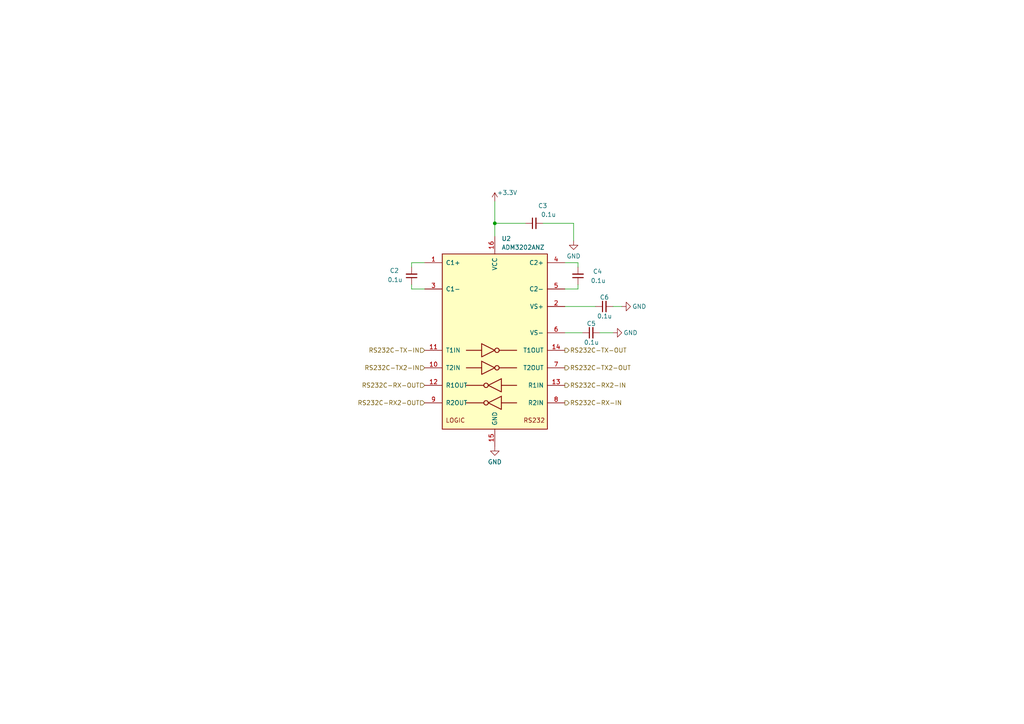
<source format=kicad_sch>
(kicad_sch (version 20231120) (generator "eeschema") (generator_version "8.0")
  (paper "A4")
  (lib_symbols
    (symbol "+3.3V_1" (power) (pin_names (offset 0))
      (property "Value" "+3.3V" (at 0 3.556 0))
      (symbol "+3.3V_1_0_1"
        (polyline (pts (xy -0.762 1.27) (xy 0 2.54)))
        (polyline (pts (xy 0 0) (xy 0 2.54)))
        (polyline (pts (xy 0 2.54) (xy 0.762 1.27)))
      )
      (symbol "+3.3V_1_1_1"
        (pin power_in line (at 0 0 90) (length 0) hide (name "+3.3V") (number "1"))
      )
    )
    (symbol "Device:C_Small" (pin_numbers hide) (pin_names (offset 0.254) hide)
      (property "Reference" "C" (at 0.254 1.778 0))
      (property "Value" "C_Small" (at 0.254 -2.032 0))
      (symbol "C_Small_0_1"
        (polyline (pts (xy -1.524 -0.508) (xy 1.524 -0.508)) (stroke (width 0.3302)))
        (polyline (pts (xy -1.524 0.508) (xy 1.524 0.508)) (stroke (width 0.3048)))
      )
      (symbol "C_Small_1_1"
        (pin passive line (at 0 2.54 270) (length 2.032) (name "~") (number "1"))
        (pin passive line (at 0 -2.54 90) (length 2.032) (name "~") (number "2"))
      )
    )
    (symbol "GND_1" (power) (pin_names (offset 0))
      (property "Value" "GND" (at 0 -3.81 0))
      (symbol "GND_1_0_1"
        (polyline (pts (xy 0 0) (xy 0 -1.27) (xy 1.27 -1.27) (xy 0 -2.54) (xy -1.27 -1.27) (xy 0 -1.27)))
      )
      (symbol "GND_1_1_1"
        (pin power_in line (at 0 0 270) (length 0) hide (name "GND") (number "1"))
      )
    )
    (symbol "GND_2" (power) (pin_names (offset 0))
      (property "Value" "GND" (at 0 -3.81 0))
      (symbol "GND_2_0_1"
        (polyline (pts (xy 0 0) (xy 0 -1.27) (xy 1.27 -1.27) (xy 0 -2.54) (xy -1.27 -1.27) (xy 0 -1.27)))
      )
      (symbol "GND_2_1_1"
        (pin power_in line (at 0 0 270) (length 0) hide (name "GND") (number "1"))
      )
    )
    (symbol "GND_3" (power) (pin_names (offset 0))
      (property "Value" "GND" (at 0 -3.81 0))
      (symbol "GND_3_0_1"
        (polyline (pts (xy 0 0) (xy 0 -1.27) (xy 1.27 -1.27) (xy 0 -2.54) (xy -1.27 -1.27) (xy 0 -1.27)))
      )
      (symbol "GND_3_1_1"
        (pin power_in line (at 0 0 270) (length 0) hide (name "GND") (number "1"))
      )
    )
    (symbol "GND_4" (power) (pin_names (offset 0))
      (property "Value" "GND" (at 0 -3.81 0))
      (symbol "GND_4_0_1"
        (polyline (pts (xy 0 0) (xy 0 -1.27) (xy 1.27 -1.27) (xy 0 -2.54) (xy -1.27 -1.27) (xy 0 -1.27)))
      )
      (symbol "GND_4_1_1"
        (pin power_in line (at 0 0 270) (length 0) hide (name "GND") (number "1"))
      )
    )
    (symbol "Interface_UART:ADM232A" (pin_names (offset 1.016))
      (property "Reference" "U" (at -2.54 28.575 0))
      (property "Value" "ADM232A" (at -2.54 26.67 0))
      (symbol "ADM232A_0_0"
        (text "LOGIC" (at -11.43 -22.86 0) (effects (font (size 1.27 1.27))))
        (text "RS232" (at 11.43 -22.86 0) (effects (font (size 1.27 1.27))))
      )
      (symbol "ADM232A_0_1"
        (rectangle (start -15.24 -25.4) (end 15.24 25.4) (stroke (width 0.254)) (fill (type background)))
        (circle (center -2.54 -17.78) (radius 0.635) (stroke (width 0.254)))
        (circle (center -2.54 -12.7) (radius 0.635) (stroke (width 0.254)))
        (polyline (pts (xy -3.81 -7.62) (xy -8.255 -7.62)) (stroke (width 0.254)))
        (polyline (pts (xy -3.81 -2.54) (xy -8.255 -2.54)) (stroke (width 0.254)))
        (polyline (pts (xy -3.175 -17.78) (xy -8.255 -17.78)) (stroke (width 0.254)))
        (polyline (pts (xy -3.175 -12.7) (xy -8.255 -12.7)) (stroke (width 0.254)))
        (polyline (pts (xy 1.27 -7.62) (xy 6.35 -7.62)) (stroke (width 0.254)))
        (polyline (pts (xy 1.27 -2.54) (xy 6.35 -2.54)) (stroke (width 0.254)))
        (polyline (pts (xy 1.905 -17.78) (xy 6.35 -17.78)) (stroke (width 0.254)))
        (polyline (pts (xy 1.905 -12.7) (xy 6.35 -12.7)) (stroke (width 0.254)))
        (polyline (pts (xy -3.81 -5.715) (xy -3.81 -9.525) (xy 0 -7.62) (xy -3.81 -5.715)) (stroke (width 0.254)))
        (polyline (pts (xy -3.81 -0.635) (xy -3.81 -4.445) (xy 0 -2.54) (xy -3.81 -0.635)) (stroke (width 0.254)))
        (polyline (pts (xy 1.905 -15.875) (xy 1.905 -19.685) (xy -1.905 -17.78) (xy 1.905 -15.875)) (stroke (width 0.254)))
        (polyline (pts (xy 1.905 -10.795) (xy 1.905 -14.605) (xy -1.905 -12.7) (xy 1.905 -10.795)) (stroke (width 0.254)))
        (circle (center 0.635 -7.62) (radius 0.635) (stroke (width 0.254)))
        (circle (center 0.635 -2.54) (radius 0.635) (stroke (width 0.254)))
      )
      (symbol "ADM232A_1_1"
        (pin passive line (at -20.32 22.86 0) (length 5.08) (name "C1+") (number "1"))
        (pin input line (at -20.32 -7.62 0) (length 5.08) (name "T2IN") (number "10"))
        (pin input line (at -20.32 -2.54 0) (length 5.08) (name "T1IN") (number "11"))
        (pin output line (at -20.32 -12.7 0) (length 5.08) (name "R1OUT") (number "12"))
        (pin input line (at 20.32 -12.7 180) (length 5.08) (name "R1IN") (number "13"))
        (pin output line (at 20.32 -2.54 180) (length 5.08) (name "T1OUT") (number "14"))
        (pin power_in line (at 0 -30.48 90) (length 5.08) (name "GND") (number "15"))
        (pin power_in line (at 0 30.48 270) (length 5.08) (name "VCC") (number "16"))
        (pin power_out line (at 20.32 10.16 180) (length 5.08) (name "VS+") (number "2"))
        (pin passive line (at -20.32 15.24 0) (length 5.08) (name "C1-") (number "3"))
        (pin passive line (at 20.32 22.86 180) (length 5.08) (name "C2+") (number "4"))
        (pin passive line (at 20.32 15.24 180) (length 5.08) (name "C2-") (number "5"))
        (pin power_out line (at 20.32 2.54 180) (length 5.08) (name "VS-") (number "6"))
        (pin output line (at 20.32 -7.62 180) (length 5.08) (name "T2OUT") (number "7"))
        (pin input line (at 20.32 -17.78 180) (length 5.08) (name "R2IN") (number "8"))
        (pin output line (at -20.32 -17.78 0) (length 5.08) (name "R2OUT") (number "9"))
      )
    )
  )
  (junction (at 143.51 64.77))
  (wire (pts (xy 173.99 96.52) (xy 177.8 96.52)))
  (wire (pts (xy 143.51 58.42) (xy 143.51 64.77)))
  (wire (pts (xy 177.8 88.9) (xy 180.34 88.9)))
  (wire (pts (xy 167.64 82.55) (xy 167.64 83.82)))
  (wire (pts (xy 167.64 83.82) (xy 163.83 83.82)))
  (wire (pts (xy 143.51 64.77) (xy 143.51 68.58)))
  (wire (pts (xy 123.19 83.82) (xy 119.38 83.82)))
  (wire (pts (xy 163.83 96.52) (xy 168.91 96.52)))
  (wire (pts (xy 123.19 76.2) (xy 119.38 76.2)))
  (wire (pts (xy 163.83 88.9) (xy 172.72 88.9)))
  (wire (pts (xy 119.38 83.82) (xy 119.38 82.55)))
  (wire (pts (xy 143.51 64.77) (xy 152.4 64.77)))
  (wire (pts (xy 167.64 76.2) (xy 167.64 77.47)))
  (wire (pts (xy 163.83 76.2) (xy 167.64 76.2)))
  (wire (pts (xy 157.48 64.77) (xy 166.37 64.77)))
  (wire (pts (xy 166.37 64.77) (xy 166.37 69.85)))
  (wire (pts (xy 119.38 76.2) (xy 119.38 77.47)))
  (hierarchical_label "RS232C-TX2-OUT" (shape output) (at 163.83 106.68 0))
  (hierarchical_label "RS232C-RX2-OUT" (shape input) (at 123.19 116.84 180))
  (hierarchical_label "RS232C-RX-OUT" (shape input) (at 123.19 111.76 180))
  (hierarchical_label "RS232C-RX2-IN" (shape output) (at 163.83 111.76 0))
  (hierarchical_label "RS232C-TX-OUT" (shape output) (at 163.83 101.6 0))
  (hierarchical_label "RS232C-TX2-IN" (shape input) (at 123.19 106.68 180))
  (hierarchical_label "RS232C-TX-IN" (shape input) (at 123.19 101.6 180))
  (hierarchical_label "RS232C-RX-IN" (shape output) (at 163.83 116.84 0))
  (symbol (lib_id "Device:C_Small") (at 154.94 64.77 90) (mirror x) (unit 1)
    (property "Reference" "C3" (at 158.75 59.69 90) (effects (justify left)))
    (property "Value" "0.1u" (at 161.29 62.23 90) (effects (justify left)))
    (property "Footprint" "Capacitor_SMD:C_0603_1608Metric_Pad1.08x0.95mm_HandSolder" (effects (hide yes)))
  )
  (symbol (lib_id "Device:C_Small") (at 167.64 80.01 0) (mirror x) (unit 1)
    (property "Reference" "C4" (at 171.958 78.74 0) (effects (justify left)))
    (property "Value" "0.1u" (at 171.323 81.407 0) (effects (justify left)))
    (property "Footprint" "Capacitor_SMD:C_0603_1608Metric_Pad1.08x0.95mm_HandSolder" (effects (hide yes)))
  )
  (symbol (lib_id "Device:C_Small") (at 171.45 96.52 90) (mirror x) (unit 1)
    (property "Reference" "C5" (at 172.847 93.853 90) (effects (justify left)))
    (property "Value" "0.1u" (at 173.736 99.314 90) (effects (justify left)))
    (property "Footprint" "Capacitor_SMD:C_0603_1608Metric_Pad1.08x0.95mm_HandSolder" (effects (hide yes)))
  )
  (symbol (lib_name "+3.3V_1") (lib_id "power:+3.3V") (at 143.51 58.42 0) (unit 1)
    (property "Reference" "#PWR02" (effects (hide yes)))
    (property "Value" "+3.3V" (at 144.145 55.88 0) (effects (justify left)))
  )
  (symbol (lib_name "GND_3") (lib_id "power:GND") (at 143.51 129.54 0) (unit 1)
    (property "Reference" "#PWR03" (effects (hide yes)))
    (property "Value" "GND" (at 143.51 133.985 0))
  )
  (symbol (lib_name "GND_2") (lib_id "power:GND") (at 180.34 88.9 90) (unit 1)
    (property "Reference" "#PWR010" (effects (hide yes)))
    (property "Value" "GND" (at 185.42 88.9 90))
  )
  (symbol (lib_id "Device:C_Small") (at 119.38 80.01 0) (mirror x) (unit 1)
    (property "Reference" "C2" (at 113.03 78.486 0) (effects (justify left)))
    (property "Value" "0.1u" (at 112.395 81.153 0) (effects (justify left)))
    (property "Footprint" "Capacitor_SMD:C_0603_1608Metric_Pad1.08x0.95mm_HandSolder" (effects (hide yes)))
  )
  (symbol (lib_id "Interface_UART:ADM232A") (at 143.51 99.06 0) (unit 1)
    (property "Reference" "U2" (at 145.4659 69.215 0) (effects (justify left)))
    (property "Value" "ADM3202ANZ" (at 145.4659 71.755 0) (effects (justify left)))
    (property "Footprint" "Package_DIP:DIP-16_W7.62mm_LongPads" (effects (hide yes)))
    (property "Datasheet" "https://www.analog.com/media/en/technical-documentation/data-sheets/ADM222_232A_242.pdf" (effects (hide yes)))
  )
  (symbol (lib_id "Device:C_Small") (at 175.26 88.9 90) (mirror x) (unit 1)
    (property "Reference" "C6" (at 176.657 86.233 90) (effects (justify left)))
    (property "Value" "0.1u" (at 177.546 91.694 90) (effects (justify left)))
    (property "Footprint" "Capacitor_SMD:C_0603_1608Metric_Pad1.08x0.95mm_HandSolder" (effects (hide yes)))
  )
  (symbol (lib_name "GND_1") (lib_id "power:GND") (at 177.8 96.52 90) (unit 1)
    (property "Reference" "#PWR09" (effects (hide yes)))
    (property "Value" "GND" (at 182.88 96.52 90))
  )
  (symbol (lib_name "GND_4") (lib_id "power:GND") (at 166.37 69.85 0) (unit 1)
    (property "Reference" "#PWR08" (effects (hide yes)))
    (property "Value" "GND" (at 166.37 74.295 0))
  )
)
</source>
